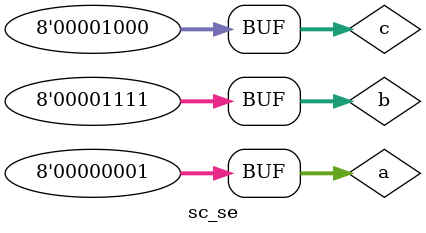
<source format=sv>
module sc_se();
logic [7:0] a, b, c; 
initial begin 
    a = 2;
    #2 c = 10;
    #4 b = 8;
end
initial begin
    a = 5; c = 6; b = 1;
    #2 c <= 8;
    #3;
    b <= 4;
    a = b;
    #1;
    #0 b = 15;
end
endmodule

/* Output
# T=0 :
a=5
c=6
b=1
# T=2 :
c=8 (NBA)
# T=5 :
a=1
b=4 (NBA)
# T=6 :
b=15 (inactive)
*/
</source>
